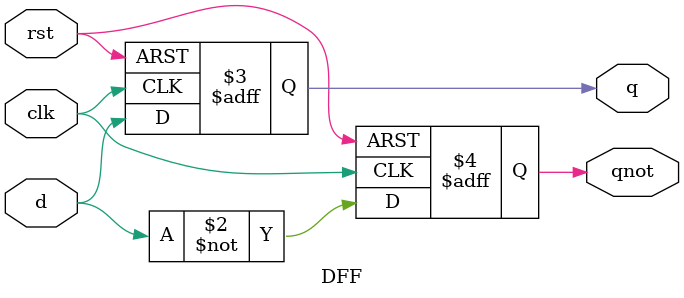
<source format=v>
`timescale 1ns / 1ps
module DFF (
    input clk,
    input rst,
    input d,
    output reg q,
    output reg qnot
);
    always @(posedge clk or posedge rst) begin
        if (rst) begin
            q <= 1'b0;
            qnot <= 1'b0;
        end
        else begin
            q <= d;
            qnot <= ~d;
        end
    end
endmodule


</source>
